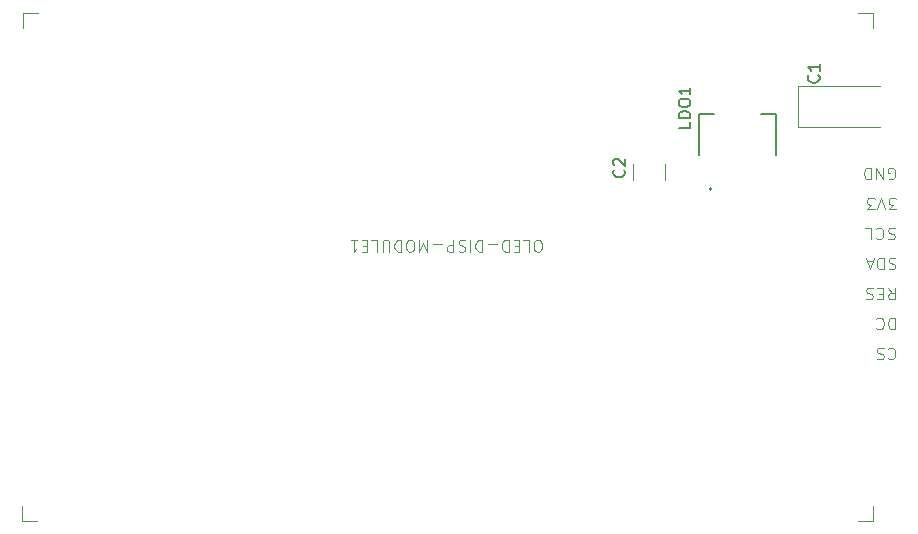
<source format=gbr>
%TF.GenerationSoftware,KiCad,Pcbnew,7.0.6*%
%TF.CreationDate,2023-07-22T15:37:15+02:00*%
%TF.ProjectId,Ctrl-MC Dsiplay Module PCB ver1,4374726c-2d4d-4432-9044-7369706c6179,rev?*%
%TF.SameCoordinates,Original*%
%TF.FileFunction,Legend,Top*%
%TF.FilePolarity,Positive*%
%FSLAX46Y46*%
G04 Gerber Fmt 4.6, Leading zero omitted, Abs format (unit mm)*
G04 Created by KiCad (PCBNEW 7.0.6) date 2023-07-22 15:37:15*
%MOMM*%
%LPD*%
G01*
G04 APERTURE LIST*
%ADD10C,0.100000*%
%ADD11C,0.150000*%
%ADD12C,0.120000*%
%ADD13C,0.127000*%
%ADD14C,0.200000*%
G04 APERTURE END LIST*
D10*
X160193342Y-90275380D02*
X160002866Y-90275380D01*
X160002866Y-90275380D02*
X159907628Y-90227761D01*
X159907628Y-90227761D02*
X159812390Y-90132523D01*
X159812390Y-90132523D02*
X159764771Y-89942047D01*
X159764771Y-89942047D02*
X159764771Y-89608714D01*
X159764771Y-89608714D02*
X159812390Y-89418238D01*
X159812390Y-89418238D02*
X159907628Y-89323000D01*
X159907628Y-89323000D02*
X160002866Y-89275380D01*
X160002866Y-89275380D02*
X160193342Y-89275380D01*
X160193342Y-89275380D02*
X160288580Y-89323000D01*
X160288580Y-89323000D02*
X160383818Y-89418238D01*
X160383818Y-89418238D02*
X160431437Y-89608714D01*
X160431437Y-89608714D02*
X160431437Y-89942047D01*
X160431437Y-89942047D02*
X160383818Y-90132523D01*
X160383818Y-90132523D02*
X160288580Y-90227761D01*
X160288580Y-90227761D02*
X160193342Y-90275380D01*
X158860009Y-89275380D02*
X159336199Y-89275380D01*
X159336199Y-89275380D02*
X159336199Y-90275380D01*
X158526675Y-89799190D02*
X158193342Y-89799190D01*
X158050485Y-89275380D02*
X158526675Y-89275380D01*
X158526675Y-89275380D02*
X158526675Y-90275380D01*
X158526675Y-90275380D02*
X158050485Y-90275380D01*
X157621913Y-89275380D02*
X157621913Y-90275380D01*
X157621913Y-90275380D02*
X157383818Y-90275380D01*
X157383818Y-90275380D02*
X157240961Y-90227761D01*
X157240961Y-90227761D02*
X157145723Y-90132523D01*
X157145723Y-90132523D02*
X157098104Y-90037285D01*
X157098104Y-90037285D02*
X157050485Y-89846809D01*
X157050485Y-89846809D02*
X157050485Y-89703952D01*
X157050485Y-89703952D02*
X157098104Y-89513476D01*
X157098104Y-89513476D02*
X157145723Y-89418238D01*
X157145723Y-89418238D02*
X157240961Y-89323000D01*
X157240961Y-89323000D02*
X157383818Y-89275380D01*
X157383818Y-89275380D02*
X157621913Y-89275380D01*
X156621913Y-89656333D02*
X155860009Y-89656333D01*
X155383818Y-89275380D02*
X155383818Y-90275380D01*
X155383818Y-90275380D02*
X155145723Y-90275380D01*
X155145723Y-90275380D02*
X155002866Y-90227761D01*
X155002866Y-90227761D02*
X154907628Y-90132523D01*
X154907628Y-90132523D02*
X154860009Y-90037285D01*
X154860009Y-90037285D02*
X154812390Y-89846809D01*
X154812390Y-89846809D02*
X154812390Y-89703952D01*
X154812390Y-89703952D02*
X154860009Y-89513476D01*
X154860009Y-89513476D02*
X154907628Y-89418238D01*
X154907628Y-89418238D02*
X155002866Y-89323000D01*
X155002866Y-89323000D02*
X155145723Y-89275380D01*
X155145723Y-89275380D02*
X155383818Y-89275380D01*
X154383818Y-89275380D02*
X154383818Y-90275380D01*
X153955247Y-89323000D02*
X153812390Y-89275380D01*
X153812390Y-89275380D02*
X153574295Y-89275380D01*
X153574295Y-89275380D02*
X153479057Y-89323000D01*
X153479057Y-89323000D02*
X153431438Y-89370619D01*
X153431438Y-89370619D02*
X153383819Y-89465857D01*
X153383819Y-89465857D02*
X153383819Y-89561095D01*
X153383819Y-89561095D02*
X153431438Y-89656333D01*
X153431438Y-89656333D02*
X153479057Y-89703952D01*
X153479057Y-89703952D02*
X153574295Y-89751571D01*
X153574295Y-89751571D02*
X153764771Y-89799190D01*
X153764771Y-89799190D02*
X153860009Y-89846809D01*
X153860009Y-89846809D02*
X153907628Y-89894428D01*
X153907628Y-89894428D02*
X153955247Y-89989666D01*
X153955247Y-89989666D02*
X153955247Y-90084904D01*
X153955247Y-90084904D02*
X153907628Y-90180142D01*
X153907628Y-90180142D02*
X153860009Y-90227761D01*
X153860009Y-90227761D02*
X153764771Y-90275380D01*
X153764771Y-90275380D02*
X153526676Y-90275380D01*
X153526676Y-90275380D02*
X153383819Y-90227761D01*
X152955247Y-89275380D02*
X152955247Y-90275380D01*
X152955247Y-90275380D02*
X152574295Y-90275380D01*
X152574295Y-90275380D02*
X152479057Y-90227761D01*
X152479057Y-90227761D02*
X152431438Y-90180142D01*
X152431438Y-90180142D02*
X152383819Y-90084904D01*
X152383819Y-90084904D02*
X152383819Y-89942047D01*
X152383819Y-89942047D02*
X152431438Y-89846809D01*
X152431438Y-89846809D02*
X152479057Y-89799190D01*
X152479057Y-89799190D02*
X152574295Y-89751571D01*
X152574295Y-89751571D02*
X152955247Y-89751571D01*
X151955247Y-89656333D02*
X151193343Y-89656333D01*
X150717152Y-89275380D02*
X150717152Y-90275380D01*
X150717152Y-90275380D02*
X150383819Y-89561095D01*
X150383819Y-89561095D02*
X150050486Y-90275380D01*
X150050486Y-90275380D02*
X150050486Y-89275380D01*
X149383819Y-90275380D02*
X149193343Y-90275380D01*
X149193343Y-90275380D02*
X149098105Y-90227761D01*
X149098105Y-90227761D02*
X149002867Y-90132523D01*
X149002867Y-90132523D02*
X148955248Y-89942047D01*
X148955248Y-89942047D02*
X148955248Y-89608714D01*
X148955248Y-89608714D02*
X149002867Y-89418238D01*
X149002867Y-89418238D02*
X149098105Y-89323000D01*
X149098105Y-89323000D02*
X149193343Y-89275380D01*
X149193343Y-89275380D02*
X149383819Y-89275380D01*
X149383819Y-89275380D02*
X149479057Y-89323000D01*
X149479057Y-89323000D02*
X149574295Y-89418238D01*
X149574295Y-89418238D02*
X149621914Y-89608714D01*
X149621914Y-89608714D02*
X149621914Y-89942047D01*
X149621914Y-89942047D02*
X149574295Y-90132523D01*
X149574295Y-90132523D02*
X149479057Y-90227761D01*
X149479057Y-90227761D02*
X149383819Y-90275380D01*
X148526676Y-89275380D02*
X148526676Y-90275380D01*
X148526676Y-90275380D02*
X148288581Y-90275380D01*
X148288581Y-90275380D02*
X148145724Y-90227761D01*
X148145724Y-90227761D02*
X148050486Y-90132523D01*
X148050486Y-90132523D02*
X148002867Y-90037285D01*
X148002867Y-90037285D02*
X147955248Y-89846809D01*
X147955248Y-89846809D02*
X147955248Y-89703952D01*
X147955248Y-89703952D02*
X148002867Y-89513476D01*
X148002867Y-89513476D02*
X148050486Y-89418238D01*
X148050486Y-89418238D02*
X148145724Y-89323000D01*
X148145724Y-89323000D02*
X148288581Y-89275380D01*
X148288581Y-89275380D02*
X148526676Y-89275380D01*
X147526676Y-90275380D02*
X147526676Y-89465857D01*
X147526676Y-89465857D02*
X147479057Y-89370619D01*
X147479057Y-89370619D02*
X147431438Y-89323000D01*
X147431438Y-89323000D02*
X147336200Y-89275380D01*
X147336200Y-89275380D02*
X147145724Y-89275380D01*
X147145724Y-89275380D02*
X147050486Y-89323000D01*
X147050486Y-89323000D02*
X147002867Y-89370619D01*
X147002867Y-89370619D02*
X146955248Y-89465857D01*
X146955248Y-89465857D02*
X146955248Y-90275380D01*
X146002867Y-89275380D02*
X146479057Y-89275380D01*
X146479057Y-89275380D02*
X146479057Y-90275380D01*
X145669533Y-89799190D02*
X145336200Y-89799190D01*
X145193343Y-89275380D02*
X145669533Y-89275380D01*
X145669533Y-89275380D02*
X145669533Y-90275380D01*
X145669533Y-90275380D02*
X145193343Y-90275380D01*
X144240962Y-89275380D02*
X144812390Y-89275380D01*
X144526676Y-89275380D02*
X144526676Y-90275380D01*
X144526676Y-90275380D02*
X144621914Y-90132523D01*
X144621914Y-90132523D02*
X144717152Y-90037285D01*
X144717152Y-90037285D02*
X144812390Y-89989666D01*
X190313301Y-88290203D02*
X190170444Y-88242583D01*
X190170444Y-88242583D02*
X189932349Y-88242583D01*
X189932349Y-88242583D02*
X189837111Y-88290203D01*
X189837111Y-88290203D02*
X189789492Y-88337822D01*
X189789492Y-88337822D02*
X189741873Y-88433060D01*
X189741873Y-88433060D02*
X189741873Y-88528298D01*
X189741873Y-88528298D02*
X189789492Y-88623536D01*
X189789492Y-88623536D02*
X189837111Y-88671155D01*
X189837111Y-88671155D02*
X189932349Y-88718774D01*
X189932349Y-88718774D02*
X190122825Y-88766393D01*
X190122825Y-88766393D02*
X190218063Y-88814012D01*
X190218063Y-88814012D02*
X190265682Y-88861631D01*
X190265682Y-88861631D02*
X190313301Y-88956869D01*
X190313301Y-88956869D02*
X190313301Y-89052107D01*
X190313301Y-89052107D02*
X190265682Y-89147345D01*
X190265682Y-89147345D02*
X190218063Y-89194964D01*
X190218063Y-89194964D02*
X190122825Y-89242583D01*
X190122825Y-89242583D02*
X189884730Y-89242583D01*
X189884730Y-89242583D02*
X189741873Y-89194964D01*
X188741873Y-88337822D02*
X188789492Y-88290203D01*
X188789492Y-88290203D02*
X188932349Y-88242583D01*
X188932349Y-88242583D02*
X189027587Y-88242583D01*
X189027587Y-88242583D02*
X189170444Y-88290203D01*
X189170444Y-88290203D02*
X189265682Y-88385441D01*
X189265682Y-88385441D02*
X189313301Y-88480679D01*
X189313301Y-88480679D02*
X189360920Y-88671155D01*
X189360920Y-88671155D02*
X189360920Y-88814012D01*
X189360920Y-88814012D02*
X189313301Y-89004488D01*
X189313301Y-89004488D02*
X189265682Y-89099726D01*
X189265682Y-89099726D02*
X189170444Y-89194964D01*
X189170444Y-89194964D02*
X189027587Y-89242583D01*
X189027587Y-89242583D02*
X188932349Y-89242583D01*
X188932349Y-89242583D02*
X188789492Y-89194964D01*
X188789492Y-89194964D02*
X188741873Y-89147345D01*
X187837111Y-88242583D02*
X188313301Y-88242583D01*
X188313301Y-88242583D02*
X188313301Y-89242583D01*
X190329393Y-95862583D02*
X190329393Y-96862583D01*
X190329393Y-96862583D02*
X190091298Y-96862583D01*
X190091298Y-96862583D02*
X189948441Y-96814964D01*
X189948441Y-96814964D02*
X189853203Y-96719726D01*
X189853203Y-96719726D02*
X189805584Y-96624488D01*
X189805584Y-96624488D02*
X189757965Y-96434012D01*
X189757965Y-96434012D02*
X189757965Y-96291155D01*
X189757965Y-96291155D02*
X189805584Y-96100679D01*
X189805584Y-96100679D02*
X189853203Y-96005441D01*
X189853203Y-96005441D02*
X189948441Y-95910203D01*
X189948441Y-95910203D02*
X190091298Y-95862583D01*
X190091298Y-95862583D02*
X190329393Y-95862583D01*
X188757965Y-95957822D02*
X188805584Y-95910203D01*
X188805584Y-95910203D02*
X188948441Y-95862583D01*
X188948441Y-95862583D02*
X189043679Y-95862583D01*
X189043679Y-95862583D02*
X189186536Y-95910203D01*
X189186536Y-95910203D02*
X189281774Y-96005441D01*
X189281774Y-96005441D02*
X189329393Y-96100679D01*
X189329393Y-96100679D02*
X189377012Y-96291155D01*
X189377012Y-96291155D02*
X189377012Y-96434012D01*
X189377012Y-96434012D02*
X189329393Y-96624488D01*
X189329393Y-96624488D02*
X189281774Y-96719726D01*
X189281774Y-96719726D02*
X189186536Y-96814964D01*
X189186536Y-96814964D02*
X189043679Y-96862583D01*
X189043679Y-96862583D02*
X188948441Y-96862583D01*
X188948441Y-96862583D02*
X188805584Y-96814964D01*
X188805584Y-96814964D02*
X188757965Y-96767345D01*
X189757965Y-93322583D02*
X190091298Y-93798774D01*
X190329393Y-93322583D02*
X190329393Y-94322583D01*
X190329393Y-94322583D02*
X189948441Y-94322583D01*
X189948441Y-94322583D02*
X189853203Y-94274964D01*
X189853203Y-94274964D02*
X189805584Y-94227345D01*
X189805584Y-94227345D02*
X189757965Y-94132107D01*
X189757965Y-94132107D02*
X189757965Y-93989250D01*
X189757965Y-93989250D02*
X189805584Y-93894012D01*
X189805584Y-93894012D02*
X189853203Y-93846393D01*
X189853203Y-93846393D02*
X189948441Y-93798774D01*
X189948441Y-93798774D02*
X190329393Y-93798774D01*
X189329393Y-93846393D02*
X188996060Y-93846393D01*
X188853203Y-93322583D02*
X189329393Y-93322583D01*
X189329393Y-93322583D02*
X189329393Y-94322583D01*
X189329393Y-94322583D02*
X188853203Y-94322583D01*
X188472250Y-93370203D02*
X188329393Y-93322583D01*
X188329393Y-93322583D02*
X188091298Y-93322583D01*
X188091298Y-93322583D02*
X187996060Y-93370203D01*
X187996060Y-93370203D02*
X187948441Y-93417822D01*
X187948441Y-93417822D02*
X187900822Y-93513060D01*
X187900822Y-93513060D02*
X187900822Y-93608298D01*
X187900822Y-93608298D02*
X187948441Y-93703536D01*
X187948441Y-93703536D02*
X187996060Y-93751155D01*
X187996060Y-93751155D02*
X188091298Y-93798774D01*
X188091298Y-93798774D02*
X188281774Y-93846393D01*
X188281774Y-93846393D02*
X188377012Y-93894012D01*
X188377012Y-93894012D02*
X188424631Y-93941631D01*
X188424631Y-93941631D02*
X188472250Y-94036869D01*
X188472250Y-94036869D02*
X188472250Y-94132107D01*
X188472250Y-94132107D02*
X188424631Y-94227345D01*
X188424631Y-94227345D02*
X188377012Y-94274964D01*
X188377012Y-94274964D02*
X188281774Y-94322583D01*
X188281774Y-94322583D02*
X188043679Y-94322583D01*
X188043679Y-94322583D02*
X187900822Y-94274964D01*
X189805584Y-84114964D02*
X189900822Y-84162583D01*
X189900822Y-84162583D02*
X190043679Y-84162583D01*
X190043679Y-84162583D02*
X190186536Y-84114964D01*
X190186536Y-84114964D02*
X190281774Y-84019726D01*
X190281774Y-84019726D02*
X190329393Y-83924488D01*
X190329393Y-83924488D02*
X190377012Y-83734012D01*
X190377012Y-83734012D02*
X190377012Y-83591155D01*
X190377012Y-83591155D02*
X190329393Y-83400679D01*
X190329393Y-83400679D02*
X190281774Y-83305441D01*
X190281774Y-83305441D02*
X190186536Y-83210203D01*
X190186536Y-83210203D02*
X190043679Y-83162583D01*
X190043679Y-83162583D02*
X189948441Y-83162583D01*
X189948441Y-83162583D02*
X189805584Y-83210203D01*
X189805584Y-83210203D02*
X189757965Y-83257822D01*
X189757965Y-83257822D02*
X189757965Y-83591155D01*
X189757965Y-83591155D02*
X189948441Y-83591155D01*
X189329393Y-83162583D02*
X189329393Y-84162583D01*
X189329393Y-84162583D02*
X188757965Y-83162583D01*
X188757965Y-83162583D02*
X188757965Y-84162583D01*
X188281774Y-83162583D02*
X188281774Y-84162583D01*
X188281774Y-84162583D02*
X188043679Y-84162583D01*
X188043679Y-84162583D02*
X187900822Y-84114964D01*
X187900822Y-84114964D02*
X187805584Y-84019726D01*
X187805584Y-84019726D02*
X187757965Y-83924488D01*
X187757965Y-83924488D02*
X187710346Y-83734012D01*
X187710346Y-83734012D02*
X187710346Y-83591155D01*
X187710346Y-83591155D02*
X187757965Y-83400679D01*
X187757965Y-83400679D02*
X187805584Y-83305441D01*
X187805584Y-83305441D02*
X187900822Y-83210203D01*
X187900822Y-83210203D02*
X188043679Y-83162583D01*
X188043679Y-83162583D02*
X188281774Y-83162583D01*
X189757965Y-98497822D02*
X189805584Y-98450203D01*
X189805584Y-98450203D02*
X189948441Y-98402583D01*
X189948441Y-98402583D02*
X190043679Y-98402583D01*
X190043679Y-98402583D02*
X190186536Y-98450203D01*
X190186536Y-98450203D02*
X190281774Y-98545441D01*
X190281774Y-98545441D02*
X190329393Y-98640679D01*
X190329393Y-98640679D02*
X190377012Y-98831155D01*
X190377012Y-98831155D02*
X190377012Y-98974012D01*
X190377012Y-98974012D02*
X190329393Y-99164488D01*
X190329393Y-99164488D02*
X190281774Y-99259726D01*
X190281774Y-99259726D02*
X190186536Y-99354964D01*
X190186536Y-99354964D02*
X190043679Y-99402583D01*
X190043679Y-99402583D02*
X189948441Y-99402583D01*
X189948441Y-99402583D02*
X189805584Y-99354964D01*
X189805584Y-99354964D02*
X189757965Y-99307345D01*
X189377012Y-98450203D02*
X189234155Y-98402583D01*
X189234155Y-98402583D02*
X188996060Y-98402583D01*
X188996060Y-98402583D02*
X188900822Y-98450203D01*
X188900822Y-98450203D02*
X188853203Y-98497822D01*
X188853203Y-98497822D02*
X188805584Y-98593060D01*
X188805584Y-98593060D02*
X188805584Y-98688298D01*
X188805584Y-98688298D02*
X188853203Y-98783536D01*
X188853203Y-98783536D02*
X188900822Y-98831155D01*
X188900822Y-98831155D02*
X188996060Y-98878774D01*
X188996060Y-98878774D02*
X189186536Y-98926393D01*
X189186536Y-98926393D02*
X189281774Y-98974012D01*
X189281774Y-98974012D02*
X189329393Y-99021631D01*
X189329393Y-99021631D02*
X189377012Y-99116869D01*
X189377012Y-99116869D02*
X189377012Y-99212107D01*
X189377012Y-99212107D02*
X189329393Y-99307345D01*
X189329393Y-99307345D02*
X189281774Y-99354964D01*
X189281774Y-99354964D02*
X189186536Y-99402583D01*
X189186536Y-99402583D02*
X188948441Y-99402583D01*
X188948441Y-99402583D02*
X188805584Y-99354964D01*
X190377012Y-90830203D02*
X190234155Y-90782583D01*
X190234155Y-90782583D02*
X189996060Y-90782583D01*
X189996060Y-90782583D02*
X189900822Y-90830203D01*
X189900822Y-90830203D02*
X189853203Y-90877822D01*
X189853203Y-90877822D02*
X189805584Y-90973060D01*
X189805584Y-90973060D02*
X189805584Y-91068298D01*
X189805584Y-91068298D02*
X189853203Y-91163536D01*
X189853203Y-91163536D02*
X189900822Y-91211155D01*
X189900822Y-91211155D02*
X189996060Y-91258774D01*
X189996060Y-91258774D02*
X190186536Y-91306393D01*
X190186536Y-91306393D02*
X190281774Y-91354012D01*
X190281774Y-91354012D02*
X190329393Y-91401631D01*
X190329393Y-91401631D02*
X190377012Y-91496869D01*
X190377012Y-91496869D02*
X190377012Y-91592107D01*
X190377012Y-91592107D02*
X190329393Y-91687345D01*
X190329393Y-91687345D02*
X190281774Y-91734964D01*
X190281774Y-91734964D02*
X190186536Y-91782583D01*
X190186536Y-91782583D02*
X189948441Y-91782583D01*
X189948441Y-91782583D02*
X189805584Y-91734964D01*
X189377012Y-90782583D02*
X189377012Y-91782583D01*
X189377012Y-91782583D02*
X189138917Y-91782583D01*
X189138917Y-91782583D02*
X188996060Y-91734964D01*
X188996060Y-91734964D02*
X188900822Y-91639726D01*
X188900822Y-91639726D02*
X188853203Y-91544488D01*
X188853203Y-91544488D02*
X188805584Y-91354012D01*
X188805584Y-91354012D02*
X188805584Y-91211155D01*
X188805584Y-91211155D02*
X188853203Y-91020679D01*
X188853203Y-91020679D02*
X188900822Y-90925441D01*
X188900822Y-90925441D02*
X188996060Y-90830203D01*
X188996060Y-90830203D02*
X189138917Y-90782583D01*
X189138917Y-90782583D02*
X189377012Y-90782583D01*
X188424631Y-91068298D02*
X187948441Y-91068298D01*
X188519869Y-90782583D02*
X188186536Y-91782583D01*
X188186536Y-91782583D02*
X187853203Y-90782583D01*
X190424631Y-86702583D02*
X189805584Y-86702583D01*
X189805584Y-86702583D02*
X190138917Y-86321631D01*
X190138917Y-86321631D02*
X189996060Y-86321631D01*
X189996060Y-86321631D02*
X189900822Y-86274012D01*
X189900822Y-86274012D02*
X189853203Y-86226393D01*
X189853203Y-86226393D02*
X189805584Y-86131155D01*
X189805584Y-86131155D02*
X189805584Y-85893060D01*
X189805584Y-85893060D02*
X189853203Y-85797822D01*
X189853203Y-85797822D02*
X189900822Y-85750203D01*
X189900822Y-85750203D02*
X189996060Y-85702583D01*
X189996060Y-85702583D02*
X190281774Y-85702583D01*
X190281774Y-85702583D02*
X190377012Y-85750203D01*
X190377012Y-85750203D02*
X190424631Y-85797822D01*
X189519869Y-86702583D02*
X189186536Y-85702583D01*
X189186536Y-85702583D02*
X188853203Y-86702583D01*
X188615107Y-86702583D02*
X187996060Y-86702583D01*
X187996060Y-86702583D02*
X188329393Y-86321631D01*
X188329393Y-86321631D02*
X188186536Y-86321631D01*
X188186536Y-86321631D02*
X188091298Y-86274012D01*
X188091298Y-86274012D02*
X188043679Y-86226393D01*
X188043679Y-86226393D02*
X187996060Y-86131155D01*
X187996060Y-86131155D02*
X187996060Y-85893060D01*
X187996060Y-85893060D02*
X188043679Y-85797822D01*
X188043679Y-85797822D02*
X188091298Y-85750203D01*
X188091298Y-85750203D02*
X188186536Y-85702583D01*
X188186536Y-85702583D02*
X188472250Y-85702583D01*
X188472250Y-85702583D02*
X188567488Y-85750203D01*
X188567488Y-85750203D02*
X188615107Y-85797822D01*
D11*
X183859580Y-75335351D02*
X183907200Y-75382970D01*
X183907200Y-75382970D02*
X183954819Y-75525827D01*
X183954819Y-75525827D02*
X183954819Y-75621065D01*
X183954819Y-75621065D02*
X183907200Y-75763922D01*
X183907200Y-75763922D02*
X183811961Y-75859160D01*
X183811961Y-75859160D02*
X183716723Y-75906779D01*
X183716723Y-75906779D02*
X183526247Y-75954398D01*
X183526247Y-75954398D02*
X183383390Y-75954398D01*
X183383390Y-75954398D02*
X183192914Y-75906779D01*
X183192914Y-75906779D02*
X183097676Y-75859160D01*
X183097676Y-75859160D02*
X183002438Y-75763922D01*
X183002438Y-75763922D02*
X182954819Y-75621065D01*
X182954819Y-75621065D02*
X182954819Y-75525827D01*
X182954819Y-75525827D02*
X183002438Y-75382970D01*
X183002438Y-75382970D02*
X183050057Y-75335351D01*
X183954819Y-74382970D02*
X183954819Y-74954398D01*
X183954819Y-74668684D02*
X182954819Y-74668684D01*
X182954819Y-74668684D02*
X183097676Y-74763922D01*
X183097676Y-74763922D02*
X183192914Y-74859160D01*
X183192914Y-74859160D02*
X183240533Y-74954398D01*
X167364580Y-83351666D02*
X167412200Y-83399285D01*
X167412200Y-83399285D02*
X167459819Y-83542142D01*
X167459819Y-83542142D02*
X167459819Y-83637380D01*
X167459819Y-83637380D02*
X167412200Y-83780237D01*
X167412200Y-83780237D02*
X167316961Y-83875475D01*
X167316961Y-83875475D02*
X167221723Y-83923094D01*
X167221723Y-83923094D02*
X167031247Y-83970713D01*
X167031247Y-83970713D02*
X166888390Y-83970713D01*
X166888390Y-83970713D02*
X166697914Y-83923094D01*
X166697914Y-83923094D02*
X166602676Y-83875475D01*
X166602676Y-83875475D02*
X166507438Y-83780237D01*
X166507438Y-83780237D02*
X166459819Y-83637380D01*
X166459819Y-83637380D02*
X166459819Y-83542142D01*
X166459819Y-83542142D02*
X166507438Y-83399285D01*
X166507438Y-83399285D02*
X166555057Y-83351666D01*
X166555057Y-82970713D02*
X166507438Y-82923094D01*
X166507438Y-82923094D02*
X166459819Y-82827856D01*
X166459819Y-82827856D02*
X166459819Y-82589761D01*
X166459819Y-82589761D02*
X166507438Y-82494523D01*
X166507438Y-82494523D02*
X166555057Y-82446904D01*
X166555057Y-82446904D02*
X166650295Y-82399285D01*
X166650295Y-82399285D02*
X166745533Y-82399285D01*
X166745533Y-82399285D02*
X166888390Y-82446904D01*
X166888390Y-82446904D02*
X167459819Y-83018332D01*
X167459819Y-83018332D02*
X167459819Y-82399285D01*
X173009819Y-79295476D02*
X173009819Y-79771666D01*
X173009819Y-79771666D02*
X172009819Y-79771666D01*
X173009819Y-78962142D02*
X172009819Y-78962142D01*
X172009819Y-78962142D02*
X172009819Y-78724047D01*
X172009819Y-78724047D02*
X172057438Y-78581190D01*
X172057438Y-78581190D02*
X172152676Y-78485952D01*
X172152676Y-78485952D02*
X172247914Y-78438333D01*
X172247914Y-78438333D02*
X172438390Y-78390714D01*
X172438390Y-78390714D02*
X172581247Y-78390714D01*
X172581247Y-78390714D02*
X172771723Y-78438333D01*
X172771723Y-78438333D02*
X172866961Y-78485952D01*
X172866961Y-78485952D02*
X172962200Y-78581190D01*
X172962200Y-78581190D02*
X173009819Y-78724047D01*
X173009819Y-78724047D02*
X173009819Y-78962142D01*
X172009819Y-77771666D02*
X172009819Y-77581190D01*
X172009819Y-77581190D02*
X172057438Y-77485952D01*
X172057438Y-77485952D02*
X172152676Y-77390714D01*
X172152676Y-77390714D02*
X172343152Y-77343095D01*
X172343152Y-77343095D02*
X172676485Y-77343095D01*
X172676485Y-77343095D02*
X172866961Y-77390714D01*
X172866961Y-77390714D02*
X172962200Y-77485952D01*
X172962200Y-77485952D02*
X173009819Y-77581190D01*
X173009819Y-77581190D02*
X173009819Y-77771666D01*
X173009819Y-77771666D02*
X172962200Y-77866904D01*
X172962200Y-77866904D02*
X172866961Y-77962142D01*
X172866961Y-77962142D02*
X172676485Y-78009761D01*
X172676485Y-78009761D02*
X172343152Y-78009761D01*
X172343152Y-78009761D02*
X172152676Y-77962142D01*
X172152676Y-77962142D02*
X172057438Y-77866904D01*
X172057438Y-77866904D02*
X172009819Y-77771666D01*
X173009819Y-76390714D02*
X173009819Y-76962142D01*
X173009819Y-76676428D02*
X172009819Y-76676428D01*
X172009819Y-76676428D02*
X172152676Y-76771666D01*
X172152676Y-76771666D02*
X172247914Y-76866904D01*
X172247914Y-76866904D02*
X172295533Y-76962142D01*
D10*
%TO.C,OLED-DISP-MODULE1*%
X188458236Y-70047995D02*
X188458236Y-71317995D01*
X188458236Y-70047995D02*
X187188236Y-70047995D01*
X188455000Y-113050000D02*
X188455000Y-111780000D01*
X188455000Y-113050000D02*
X187185000Y-113050000D01*
X188455000Y-111780000D02*
X188455000Y-113050000D01*
X117736126Y-70057596D02*
X116466126Y-70057596D01*
X117732486Y-113051276D02*
X116462486Y-113051276D01*
X116466126Y-70057596D02*
X116466126Y-71327596D01*
X116462486Y-113051276D02*
X116462486Y-111781276D01*
D12*
%TO.C,C1*%
X182115000Y-76290000D02*
X182115000Y-79710000D01*
X182115000Y-79710000D02*
X189050000Y-79710000D01*
X189050000Y-76290000D02*
X182115000Y-76290000D01*
%TO.C,C2*%
X170905000Y-82816248D02*
X170905000Y-84238752D01*
X168185000Y-82816248D02*
X168185000Y-84238752D01*
D13*
%TO.C,LDO1*%
X173750000Y-82120000D02*
X173750000Y-78620000D01*
X180250000Y-82120000D02*
X180250000Y-78620000D01*
X173750000Y-78620000D02*
X174990000Y-78620000D01*
X180250000Y-78620000D02*
X179010000Y-78620000D01*
D14*
X174800000Y-84970000D02*
G75*
G03*
X174800000Y-84970000I-100000J0D01*
G01*
%TD*%
M02*

</source>
